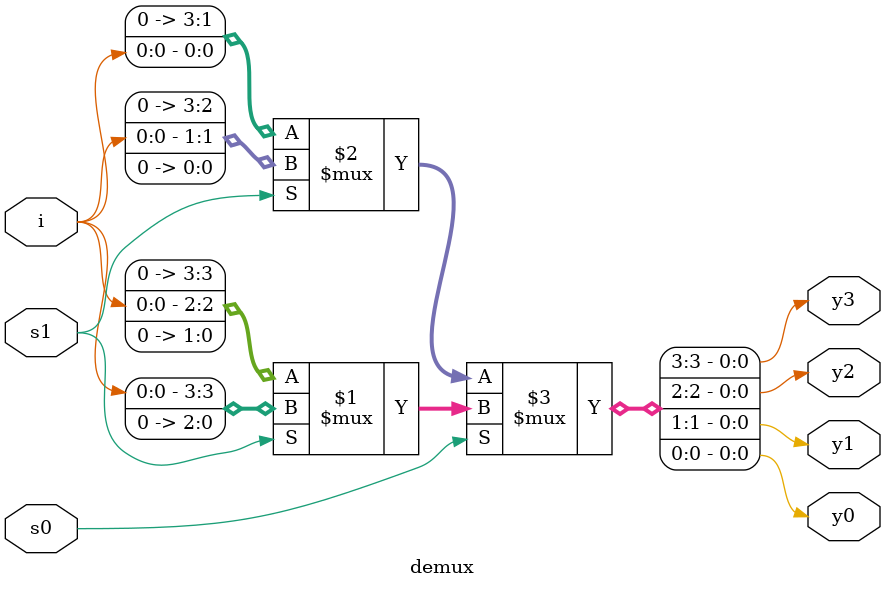
<source format=v>
module demux(input s0,s1,i,output y0,y1,y2,y3);
assign {y3,y2,y1,y0}=s0 ? (s1 ? {i,3'b000} : {1'b0,i,2'b00}) :(s1 ? {2'b00,i,1'b0} : {3'b000,i});
endmodule

</source>
